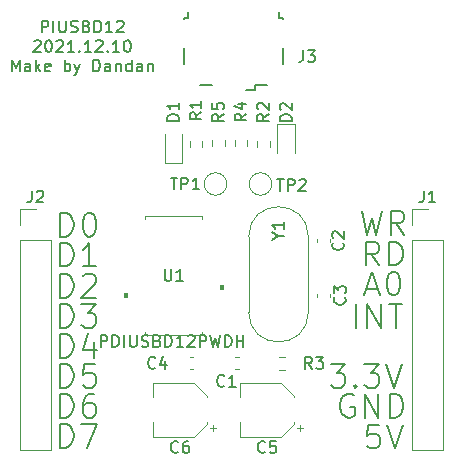
<source format=gbr>
%TF.GenerationSoftware,KiCad,Pcbnew,(5.1.12)-1*%
%TF.CreationDate,2021-12-10T16:35:34+08:00*%
%TF.ProjectId,PDIUSBD12_Module,50444955-5342-4443-9132-5f4d6f64756c,rev?*%
%TF.SameCoordinates,Original*%
%TF.FileFunction,Legend,Top*%
%TF.FilePolarity,Positive*%
%FSLAX46Y46*%
G04 Gerber Fmt 4.6, Leading zero omitted, Abs format (unit mm)*
G04 Created by KiCad (PCBNEW (5.1.12)-1) date 2021-12-10 16:35:34*
%MOMM*%
%LPD*%
G01*
G04 APERTURE LIST*
%ADD10C,0.150000*%
%ADD11C,0.120000*%
%ADD12C,0.100000*%
G04 APERTURE END LIST*
D10*
X32359647Y4854439D02*
X31407266Y4854439D01*
X31312028Y3902058D01*
X31407266Y3997296D01*
X31597742Y4092534D01*
X32073933Y4092534D01*
X32264409Y3997296D01*
X32359647Y3902058D01*
X32454885Y3711581D01*
X32454885Y3235391D01*
X32359647Y3044915D01*
X32264409Y2949677D01*
X32073933Y2854439D01*
X31597742Y2854439D01*
X31407266Y2949677D01*
X31312028Y3044915D01*
X33026314Y4854439D02*
X33692980Y2854439D01*
X34359647Y4854439D01*
X30200790Y7375400D02*
X30010314Y7470639D01*
X29724600Y7470639D01*
X29438885Y7375400D01*
X29248409Y7184924D01*
X29153171Y6994448D01*
X29057933Y6613496D01*
X29057933Y6327781D01*
X29153171Y5946829D01*
X29248409Y5756353D01*
X29438885Y5565877D01*
X29724600Y5470639D01*
X29915076Y5470639D01*
X30200790Y5565877D01*
X30296028Y5661115D01*
X30296028Y6327781D01*
X29915076Y6327781D01*
X31153171Y5470639D02*
X31153171Y7470639D01*
X32296028Y5470639D01*
X32296028Y7470639D01*
X33248409Y5470639D02*
X33248409Y7470639D01*
X33724600Y7470639D01*
X34010314Y7375400D01*
X34200790Y7184924D01*
X34296028Y6994448D01*
X34391266Y6613496D01*
X34391266Y6327781D01*
X34296028Y5946829D01*
X34200790Y5756353D01*
X34010314Y5565877D01*
X33724600Y5470639D01*
X33248409Y5470639D01*
X28264219Y10010639D02*
X29502314Y10010639D01*
X28835647Y9248734D01*
X29121361Y9248734D01*
X29311838Y9153496D01*
X29407076Y9058258D01*
X29502314Y8867781D01*
X29502314Y8391591D01*
X29407076Y8201115D01*
X29311838Y8105877D01*
X29121361Y8010639D01*
X28549933Y8010639D01*
X28359457Y8105877D01*
X28264219Y8201115D01*
X30359457Y8201115D02*
X30454695Y8105877D01*
X30359457Y8010639D01*
X30264219Y8105877D01*
X30359457Y8201115D01*
X30359457Y8010639D01*
X31121361Y10010639D02*
X32359457Y10010639D01*
X31692790Y9248734D01*
X31978504Y9248734D01*
X32168980Y9153496D01*
X32264219Y9058258D01*
X32359457Y8867781D01*
X32359457Y8391591D01*
X32264219Y8201115D01*
X32168980Y8105877D01*
X31978504Y8010639D01*
X31407076Y8010639D01*
X31216600Y8105877D01*
X31121361Y8201115D01*
X32930885Y10010639D02*
X33597552Y8010639D01*
X34264219Y10010639D01*
X30423076Y13090639D02*
X30423076Y15090639D01*
X31375457Y13090639D02*
X31375457Y15090639D01*
X32518314Y13090639D01*
X32518314Y15090639D01*
X33184980Y15090639D02*
X34327838Y15090639D01*
X33756409Y13090639D02*
X33756409Y15090639D01*
X31312028Y16379867D02*
X32264409Y16379867D01*
X31121552Y15808439D02*
X31788219Y17808439D01*
X32454885Y15808439D01*
X33502504Y17808439D02*
X33692980Y17808439D01*
X33883457Y17713200D01*
X33978695Y17617962D01*
X34073933Y17427486D01*
X34169171Y17046534D01*
X34169171Y16570343D01*
X34073933Y16189391D01*
X33978695Y15998915D01*
X33883457Y15903677D01*
X33692980Y15808439D01*
X33502504Y15808439D01*
X33312028Y15903677D01*
X33216790Y15998915D01*
X33121552Y16189391D01*
X33026314Y16570343D01*
X33026314Y17046534D01*
X33121552Y17427486D01*
X33216790Y17617962D01*
X33312028Y17713200D01*
X33502504Y17808439D01*
X32359647Y18348439D02*
X31692980Y19300820D01*
X31216790Y18348439D02*
X31216790Y20348439D01*
X31978695Y20348439D01*
X32169171Y20253200D01*
X32264409Y20157962D01*
X32359647Y19967486D01*
X32359647Y19681772D01*
X32264409Y19491296D01*
X32169171Y19396058D01*
X31978695Y19300820D01*
X31216790Y19300820D01*
X33216790Y18348439D02*
X33216790Y20348439D01*
X33692980Y20348439D01*
X33978695Y20253200D01*
X34169171Y20062724D01*
X34264409Y19872248D01*
X34359647Y19491296D01*
X34359647Y19205581D01*
X34264409Y18824629D01*
X34169171Y18634153D01*
X33978695Y18443677D01*
X33692980Y18348439D01*
X33216790Y18348439D01*
X30883457Y22964639D02*
X31359647Y20964639D01*
X31740600Y22393210D01*
X32121552Y20964639D01*
X32597742Y22964639D01*
X34502504Y20964639D02*
X33835838Y21917020D01*
X33359647Y20964639D02*
X33359647Y22964639D01*
X34121552Y22964639D01*
X34312028Y22869400D01*
X34407266Y22774162D01*
X34502504Y22583686D01*
X34502504Y22297972D01*
X34407266Y22107496D01*
X34312028Y22012258D01*
X34121552Y21917020D01*
X33359647Y21917020D01*
X5356409Y2930639D02*
X5356409Y4930639D01*
X5832600Y4930639D01*
X6118314Y4835400D01*
X6308790Y4644924D01*
X6404028Y4454448D01*
X6499266Y4073496D01*
X6499266Y3787781D01*
X6404028Y3406829D01*
X6308790Y3216353D01*
X6118314Y3025877D01*
X5832600Y2930639D01*
X5356409Y2930639D01*
X7165933Y4930639D02*
X8499266Y4930639D01*
X7642123Y2930639D01*
X5356409Y5470639D02*
X5356409Y7470639D01*
X5832600Y7470639D01*
X6118314Y7375400D01*
X6308790Y7184924D01*
X6404028Y6994448D01*
X6499266Y6613496D01*
X6499266Y6327781D01*
X6404028Y5946829D01*
X6308790Y5756353D01*
X6118314Y5565877D01*
X5832600Y5470639D01*
X5356409Y5470639D01*
X8213552Y7470639D02*
X7832600Y7470639D01*
X7642123Y7375400D01*
X7546885Y7280162D01*
X7356409Y6994448D01*
X7261171Y6613496D01*
X7261171Y5851591D01*
X7356409Y5661115D01*
X7451647Y5565877D01*
X7642123Y5470639D01*
X8023076Y5470639D01*
X8213552Y5565877D01*
X8308790Y5661115D01*
X8404028Y5851591D01*
X8404028Y6327781D01*
X8308790Y6518258D01*
X8213552Y6613496D01*
X8023076Y6708734D01*
X7642123Y6708734D01*
X7451647Y6613496D01*
X7356409Y6518258D01*
X7261171Y6327781D01*
X5356409Y8010639D02*
X5356409Y10010639D01*
X5832600Y10010639D01*
X6118314Y9915400D01*
X6308790Y9724924D01*
X6404028Y9534448D01*
X6499266Y9153496D01*
X6499266Y8867781D01*
X6404028Y8486829D01*
X6308790Y8296353D01*
X6118314Y8105877D01*
X5832600Y8010639D01*
X5356409Y8010639D01*
X8308790Y10010639D02*
X7356409Y10010639D01*
X7261171Y9058258D01*
X7356409Y9153496D01*
X7546885Y9248734D01*
X8023076Y9248734D01*
X8213552Y9153496D01*
X8308790Y9058258D01*
X8404028Y8867781D01*
X8404028Y8391591D01*
X8308790Y8201115D01*
X8213552Y8105877D01*
X8023076Y8010639D01*
X7546885Y8010639D01*
X7356409Y8105877D01*
X7261171Y8201115D01*
X5356409Y10550639D02*
X5356409Y12550639D01*
X5832600Y12550639D01*
X6118314Y12455400D01*
X6308790Y12264924D01*
X6404028Y12074448D01*
X6499266Y11693496D01*
X6499266Y11407781D01*
X6404028Y11026829D01*
X6308790Y10836353D01*
X6118314Y10645877D01*
X5832600Y10550639D01*
X5356409Y10550639D01*
X8213552Y11883972D02*
X8213552Y10550639D01*
X7737361Y12645877D02*
X7261171Y11217305D01*
X8499266Y11217305D01*
X5356409Y13090639D02*
X5356409Y15090639D01*
X5832600Y15090639D01*
X6118314Y14995400D01*
X6308790Y14804924D01*
X6404028Y14614448D01*
X6499266Y14233496D01*
X6499266Y13947781D01*
X6404028Y13566829D01*
X6308790Y13376353D01*
X6118314Y13185877D01*
X5832600Y13090639D01*
X5356409Y13090639D01*
X7165933Y15090639D02*
X8404028Y15090639D01*
X7737361Y14328734D01*
X8023076Y14328734D01*
X8213552Y14233496D01*
X8308790Y14138258D01*
X8404028Y13947781D01*
X8404028Y13471591D01*
X8308790Y13281115D01*
X8213552Y13185877D01*
X8023076Y13090639D01*
X7451647Y13090639D01*
X7261171Y13185877D01*
X7165933Y13281115D01*
X5356409Y15630639D02*
X5356409Y17630639D01*
X5832600Y17630639D01*
X6118314Y17535400D01*
X6308790Y17344924D01*
X6404028Y17154448D01*
X6499266Y16773496D01*
X6499266Y16487781D01*
X6404028Y16106829D01*
X6308790Y15916353D01*
X6118314Y15725877D01*
X5832600Y15630639D01*
X5356409Y15630639D01*
X7261171Y17440162D02*
X7356409Y17535400D01*
X7546885Y17630639D01*
X8023076Y17630639D01*
X8213552Y17535400D01*
X8308790Y17440162D01*
X8404028Y17249686D01*
X8404028Y17059210D01*
X8308790Y16773496D01*
X7165933Y15630639D01*
X8404028Y15630639D01*
X5356409Y18272239D02*
X5356409Y20272239D01*
X5832600Y20272239D01*
X6118314Y20177000D01*
X6308790Y19986524D01*
X6404028Y19796048D01*
X6499266Y19415096D01*
X6499266Y19129381D01*
X6404028Y18748429D01*
X6308790Y18557953D01*
X6118314Y18367477D01*
X5832600Y18272239D01*
X5356409Y18272239D01*
X8404028Y18272239D02*
X7261171Y18272239D01*
X7832600Y18272239D02*
X7832600Y20272239D01*
X7642123Y19986524D01*
X7451647Y19796048D01*
X7261171Y19700810D01*
X5356409Y20796999D02*
X5356409Y22796999D01*
X5832600Y22796999D01*
X6118314Y22701760D01*
X6308790Y22511284D01*
X6404028Y22320808D01*
X6499266Y21939856D01*
X6499266Y21654141D01*
X6404028Y21273189D01*
X6308790Y21082713D01*
X6118314Y20892237D01*
X5832600Y20796999D01*
X5356409Y20796999D01*
X7737361Y22796999D02*
X7927838Y22796999D01*
X8118314Y22701760D01*
X8213552Y22606522D01*
X8308790Y22416046D01*
X8404028Y22035094D01*
X8404028Y21558903D01*
X8308790Y21177951D01*
X8213552Y20987475D01*
X8118314Y20892237D01*
X7927838Y20796999D01*
X7737361Y20796999D01*
X7546885Y20892237D01*
X7451647Y20987475D01*
X7356409Y21177951D01*
X7261171Y21558903D01*
X7261171Y22035094D01*
X7356409Y22416046D01*
X7451647Y22606522D01*
X7546885Y22701760D01*
X7737361Y22796999D01*
X3786619Y38078420D02*
X3786619Y39078420D01*
X4167571Y39078420D01*
X4262809Y39030800D01*
X4310428Y38983181D01*
X4358047Y38887943D01*
X4358047Y38745086D01*
X4310428Y38649848D01*
X4262809Y38602229D01*
X4167571Y38554610D01*
X3786619Y38554610D01*
X4786619Y38078420D02*
X4786619Y39078420D01*
X5262809Y39078420D02*
X5262809Y38268896D01*
X5310428Y38173658D01*
X5358047Y38126039D01*
X5453285Y38078420D01*
X5643761Y38078420D01*
X5739000Y38126039D01*
X5786619Y38173658D01*
X5834238Y38268896D01*
X5834238Y39078420D01*
X6262809Y38126039D02*
X6405666Y38078420D01*
X6643761Y38078420D01*
X6739000Y38126039D01*
X6786619Y38173658D01*
X6834238Y38268896D01*
X6834238Y38364134D01*
X6786619Y38459372D01*
X6739000Y38506991D01*
X6643761Y38554610D01*
X6453285Y38602229D01*
X6358047Y38649848D01*
X6310428Y38697467D01*
X6262809Y38792705D01*
X6262809Y38887943D01*
X6310428Y38983181D01*
X6358047Y39030800D01*
X6453285Y39078420D01*
X6691380Y39078420D01*
X6834238Y39030800D01*
X7596142Y38602229D02*
X7739000Y38554610D01*
X7786619Y38506991D01*
X7834238Y38411753D01*
X7834238Y38268896D01*
X7786619Y38173658D01*
X7739000Y38126039D01*
X7643761Y38078420D01*
X7262809Y38078420D01*
X7262809Y39078420D01*
X7596142Y39078420D01*
X7691380Y39030800D01*
X7739000Y38983181D01*
X7786619Y38887943D01*
X7786619Y38792705D01*
X7739000Y38697467D01*
X7691380Y38649848D01*
X7596142Y38602229D01*
X7262809Y38602229D01*
X8262809Y38078420D02*
X8262809Y39078420D01*
X8500904Y39078420D01*
X8643761Y39030800D01*
X8739000Y38935562D01*
X8786619Y38840324D01*
X8834238Y38649848D01*
X8834238Y38506991D01*
X8786619Y38316515D01*
X8739000Y38221277D01*
X8643761Y38126039D01*
X8500904Y38078420D01*
X8262809Y38078420D01*
X9786619Y38078420D02*
X9215190Y38078420D01*
X9500904Y38078420D02*
X9500904Y39078420D01*
X9405666Y38935562D01*
X9310428Y38840324D01*
X9215190Y38792705D01*
X10167571Y38983181D02*
X10215190Y39030800D01*
X10310428Y39078420D01*
X10548523Y39078420D01*
X10643761Y39030800D01*
X10691380Y38983181D01*
X10739000Y38887943D01*
X10739000Y38792705D01*
X10691380Y38649848D01*
X10119952Y38078420D01*
X10739000Y38078420D01*
X3143761Y37333181D02*
X3191380Y37380800D01*
X3286619Y37428420D01*
X3524714Y37428420D01*
X3619952Y37380800D01*
X3667571Y37333181D01*
X3715190Y37237943D01*
X3715190Y37142705D01*
X3667571Y36999848D01*
X3096142Y36428420D01*
X3715190Y36428420D01*
X4334238Y37428420D02*
X4429476Y37428420D01*
X4524714Y37380800D01*
X4572333Y37333181D01*
X4619952Y37237943D01*
X4667571Y37047467D01*
X4667571Y36809372D01*
X4619952Y36618896D01*
X4572333Y36523658D01*
X4524714Y36476039D01*
X4429476Y36428420D01*
X4334238Y36428420D01*
X4239000Y36476039D01*
X4191380Y36523658D01*
X4143761Y36618896D01*
X4096142Y36809372D01*
X4096142Y37047467D01*
X4143761Y37237943D01*
X4191380Y37333181D01*
X4239000Y37380800D01*
X4334238Y37428420D01*
X5048523Y37333181D02*
X5096142Y37380800D01*
X5191380Y37428420D01*
X5429476Y37428420D01*
X5524714Y37380800D01*
X5572333Y37333181D01*
X5619952Y37237943D01*
X5619952Y37142705D01*
X5572333Y36999848D01*
X5000904Y36428420D01*
X5619952Y36428420D01*
X6572333Y36428420D02*
X6000904Y36428420D01*
X6286619Y36428420D02*
X6286619Y37428420D01*
X6191380Y37285562D01*
X6096142Y37190324D01*
X6000904Y37142705D01*
X7000904Y36523658D02*
X7048523Y36476039D01*
X7000904Y36428420D01*
X6953285Y36476039D01*
X7000904Y36523658D01*
X7000904Y36428420D01*
X8000904Y36428420D02*
X7429476Y36428420D01*
X7715190Y36428420D02*
X7715190Y37428420D01*
X7619952Y37285562D01*
X7524714Y37190324D01*
X7429476Y37142705D01*
X8381857Y37333181D02*
X8429476Y37380800D01*
X8524714Y37428420D01*
X8762809Y37428420D01*
X8858047Y37380800D01*
X8905666Y37333181D01*
X8953285Y37237943D01*
X8953285Y37142705D01*
X8905666Y36999848D01*
X8334238Y36428420D01*
X8953285Y36428420D01*
X9381857Y36523658D02*
X9429476Y36476039D01*
X9381857Y36428420D01*
X9334238Y36476039D01*
X9381857Y36523658D01*
X9381857Y36428420D01*
X10381857Y36428420D02*
X9810428Y36428420D01*
X10096142Y36428420D02*
X10096142Y37428420D01*
X10000904Y37285562D01*
X9905666Y37190324D01*
X9810428Y37142705D01*
X11000904Y37428420D02*
X11096142Y37428420D01*
X11191380Y37380800D01*
X11239000Y37333181D01*
X11286619Y37237943D01*
X11334238Y37047467D01*
X11334238Y36809372D01*
X11286619Y36618896D01*
X11239000Y36523658D01*
X11191380Y36476039D01*
X11096142Y36428420D01*
X11000904Y36428420D01*
X10905666Y36476039D01*
X10858047Y36523658D01*
X10810428Y36618896D01*
X10762809Y36809372D01*
X10762809Y37047467D01*
X10810428Y37237943D01*
X10858047Y37333181D01*
X10905666Y37380800D01*
X11000904Y37428420D01*
X1262809Y34778420D02*
X1262809Y35778420D01*
X1596142Y35064134D01*
X1929476Y35778420D01*
X1929476Y34778420D01*
X2834238Y34778420D02*
X2834238Y35302229D01*
X2786619Y35397467D01*
X2691380Y35445086D01*
X2500904Y35445086D01*
X2405666Y35397467D01*
X2834238Y34826039D02*
X2739000Y34778420D01*
X2500904Y34778420D01*
X2405666Y34826039D01*
X2358047Y34921277D01*
X2358047Y35016515D01*
X2405666Y35111753D01*
X2500904Y35159372D01*
X2739000Y35159372D01*
X2834238Y35206991D01*
X3310428Y34778420D02*
X3310428Y35778420D01*
X3405666Y35159372D02*
X3691380Y34778420D01*
X3691380Y35445086D02*
X3310428Y35064134D01*
X4500904Y34826039D02*
X4405666Y34778420D01*
X4215190Y34778420D01*
X4119952Y34826039D01*
X4072333Y34921277D01*
X4072333Y35302229D01*
X4119952Y35397467D01*
X4215190Y35445086D01*
X4405666Y35445086D01*
X4500904Y35397467D01*
X4548523Y35302229D01*
X4548523Y35206991D01*
X4072333Y35111753D01*
X5739000Y34778420D02*
X5739000Y35778420D01*
X5739000Y35397467D02*
X5834238Y35445086D01*
X6024714Y35445086D01*
X6119952Y35397467D01*
X6167571Y35349848D01*
X6215190Y35254610D01*
X6215190Y34968896D01*
X6167571Y34873658D01*
X6119952Y34826039D01*
X6024714Y34778420D01*
X5834238Y34778420D01*
X5739000Y34826039D01*
X6548523Y35445086D02*
X6786619Y34778420D01*
X7024714Y35445086D02*
X6786619Y34778420D01*
X6691380Y34540324D01*
X6643761Y34492705D01*
X6548523Y34445086D01*
X8167571Y34778420D02*
X8167571Y35778420D01*
X8405666Y35778420D01*
X8548523Y35730800D01*
X8643761Y35635562D01*
X8691380Y35540324D01*
X8739000Y35349848D01*
X8739000Y35206991D01*
X8691380Y35016515D01*
X8643761Y34921277D01*
X8548523Y34826039D01*
X8405666Y34778420D01*
X8167571Y34778420D01*
X9596142Y34778420D02*
X9596142Y35302229D01*
X9548523Y35397467D01*
X9453285Y35445086D01*
X9262809Y35445086D01*
X9167571Y35397467D01*
X9596142Y34826039D02*
X9500904Y34778420D01*
X9262809Y34778420D01*
X9167571Y34826039D01*
X9119952Y34921277D01*
X9119952Y35016515D01*
X9167571Y35111753D01*
X9262809Y35159372D01*
X9500904Y35159372D01*
X9596142Y35206991D01*
X10072333Y35445086D02*
X10072333Y34778420D01*
X10072333Y35349848D02*
X10119952Y35397467D01*
X10215190Y35445086D01*
X10358047Y35445086D01*
X10453285Y35397467D01*
X10500904Y35302229D01*
X10500904Y34778420D01*
X11405666Y34778420D02*
X11405666Y35778420D01*
X11405666Y34826039D02*
X11310428Y34778420D01*
X11119952Y34778420D01*
X11024714Y34826039D01*
X10977095Y34873658D01*
X10929476Y34968896D01*
X10929476Y35254610D01*
X10977095Y35349848D01*
X11024714Y35397467D01*
X11119952Y35445086D01*
X11310428Y35445086D01*
X11405666Y35397467D01*
X12310428Y34778420D02*
X12310428Y35302229D01*
X12262809Y35397467D01*
X12167571Y35445086D01*
X11977095Y35445086D01*
X11881857Y35397467D01*
X12310428Y34826039D02*
X12215190Y34778420D01*
X11977095Y34778420D01*
X11881857Y34826039D01*
X11834238Y34921277D01*
X11834238Y35016515D01*
X11881857Y35111753D01*
X11977095Y35159372D01*
X12215190Y35159372D01*
X12310428Y35206991D01*
X12786619Y35445086D02*
X12786619Y34778420D01*
X12786619Y35349848D02*
X12834238Y35397467D01*
X12929476Y35445086D01*
X13072333Y35445086D01*
X13167571Y35397467D01*
X13215190Y35302229D01*
X13215190Y34778420D01*
D11*
%TO.C,U1*%
X12585700Y12471400D02*
X17335500Y12471400D01*
X17335500Y12471400D02*
X17335500Y12697460D01*
X17335500Y22529800D02*
X12585700Y22529800D01*
X12585700Y22529800D02*
X12585700Y22303740D01*
X12585700Y12697460D02*
X12585700Y12471400D01*
X17335500Y22303740D02*
X17335500Y22529800D01*
D12*
G36*
X10795000Y16040100D02*
G01*
X10795000Y15659100D01*
X11049000Y15659100D01*
X11049000Y16040100D01*
X10795000Y16040100D01*
G37*
X10795000Y16040100D02*
X10795000Y15659100D01*
X11049000Y15659100D01*
X11049000Y16040100D01*
X10795000Y16040100D01*
G36*
X19126200Y16700500D02*
G01*
X19126200Y16319500D01*
X18872200Y16319500D01*
X18872200Y16700500D01*
X19126200Y16700500D01*
G37*
X19126200Y16700500D02*
X19126200Y16319500D01*
X18872200Y16319500D01*
X18872200Y16700500D01*
X19126200Y16700500D01*
D11*
%TO.C,C6*%
X18266000Y4311400D02*
X18266000Y4811400D01*
X18516000Y4561400D02*
X18016000Y4561400D01*
X17776000Y7316963D02*
X16711563Y8381400D01*
X17776000Y4925837D02*
X16711563Y3861400D01*
X17776000Y4925837D02*
X17776000Y5061400D01*
X17776000Y7316963D02*
X17776000Y7181400D01*
X16711563Y8381400D02*
X13256000Y8381400D01*
X16711563Y3861400D02*
X13256000Y3861400D01*
X13256000Y3861400D02*
X13256000Y5061400D01*
X13256000Y8381400D02*
X13256000Y7181400D01*
%TO.C,Y1*%
X21325600Y20800600D02*
X21325600Y14400600D01*
X26375600Y20800600D02*
X26375600Y14400600D01*
X21325600Y14400600D02*
G75*
G03*
X26375600Y14400600I2525000J0D01*
G01*
X21325600Y20800600D02*
G75*
G02*
X26375600Y20800600I2525000J0D01*
G01*
%TO.C,TP2*%
X23276600Y25247600D02*
G75*
G03*
X23276600Y25247600I-950000J0D01*
G01*
%TO.C,TP1*%
X19466600Y25247600D02*
G75*
G03*
X19466600Y25247600I-950000J0D01*
G01*
%TO.C,R5*%
X18248100Y28954824D02*
X18248100Y28445376D01*
X19293100Y28954824D02*
X19293100Y28445376D01*
%TO.C,R4*%
X20153100Y28954824D02*
X20153100Y28445376D01*
X21198100Y28954824D02*
X21198100Y28445376D01*
%TO.C,R3*%
X24408224Y9535900D02*
X23898776Y9535900D01*
X24408224Y10580900D02*
X23898776Y10580900D01*
%TO.C,R2*%
X23103100Y28398376D02*
X23103100Y28907824D01*
X22058100Y28398376D02*
X22058100Y28907824D01*
%TO.C,R1*%
X16343100Y28907824D02*
X16343100Y28398376D01*
X17388100Y28907824D02*
X17388100Y28398376D01*
D10*
%TO.C,J3*%
X18240600Y33642600D02*
X17240600Y33642600D01*
X21840600Y33642600D02*
X22840600Y33642600D01*
X21840600Y33217600D02*
X21840600Y33642600D01*
X21115600Y33217600D02*
X21840600Y33217600D01*
X15890600Y36792600D02*
X15890600Y35392600D01*
X15890600Y39342600D02*
X15890600Y39192600D01*
X16190600Y39342600D02*
X15890600Y39342600D01*
X16190600Y39792600D02*
X16190600Y39342600D01*
X23890600Y39342600D02*
X23890600Y39792600D01*
X24190600Y39342600D02*
X23890600Y39342600D01*
X24190600Y39192600D02*
X24190600Y39342600D01*
X24190600Y35392600D02*
X24190600Y36792600D01*
D11*
%TO.C,J2*%
X1946600Y23148600D02*
X3276600Y23148600D01*
X1946600Y21818600D02*
X1946600Y23148600D01*
X1946600Y20548600D02*
X4606600Y20548600D01*
X4606600Y20548600D02*
X4606600Y2708600D01*
X1946600Y20548600D02*
X1946600Y2708600D01*
X1946600Y2708600D02*
X4606600Y2708600D01*
%TO.C,J1*%
X35144400Y2708600D02*
X37804400Y2708600D01*
X35144400Y20548600D02*
X35144400Y2708600D01*
X37804400Y20548600D02*
X37804400Y2708600D01*
X35144400Y20548600D02*
X37804400Y20548600D01*
X35144400Y21818600D02*
X35144400Y23148600D01*
X35144400Y23148600D02*
X36474400Y23148600D01*
%TO.C,D2*%
X23750600Y30322600D02*
X23750600Y27862600D01*
X25220600Y30322600D02*
X23750600Y30322600D01*
X25220600Y27862600D02*
X25220600Y30322600D01*
%TO.C,D1*%
X15695600Y27002600D02*
X15695600Y29462600D01*
X14225600Y27002600D02*
X15695600Y27002600D01*
X14225600Y29462600D02*
X14225600Y27002600D01*
%TO.C,C5*%
X25632000Y4311400D02*
X25632000Y4811400D01*
X25882000Y4561400D02*
X25382000Y4561400D01*
X25142000Y7316963D02*
X24077563Y8381400D01*
X25142000Y4925837D02*
X24077563Y3861400D01*
X25142000Y4925837D02*
X25142000Y5061400D01*
X25142000Y7316963D02*
X25142000Y7181400D01*
X24077563Y8381400D02*
X20622000Y8381400D01*
X24077563Y3861400D02*
X20622000Y3861400D01*
X20622000Y3861400D02*
X20622000Y5061400D01*
X20622000Y8381400D02*
X20622000Y7181400D01*
%TO.C,C4*%
X16337233Y10568400D02*
X16629767Y10568400D01*
X16337233Y9548400D02*
X16629767Y9548400D01*
%TO.C,C3*%
X27150600Y15969367D02*
X27150600Y15676833D01*
X28170600Y15969367D02*
X28170600Y15676833D01*
%TO.C,C2*%
X28170600Y20301833D02*
X28170600Y20594367D01*
X27150600Y20301833D02*
X27150600Y20594367D01*
%TO.C,C1*%
X20173733Y10568400D02*
X20466267Y10568400D01*
X20173733Y9548400D02*
X20466267Y9548400D01*
%TO.C,U1*%
D10*
X14198695Y18048220D02*
X14198695Y17238696D01*
X14246314Y17143458D01*
X14293933Y17095839D01*
X14389171Y17048220D01*
X14579647Y17048220D01*
X14674885Y17095839D01*
X14722504Y17143458D01*
X14770123Y17238696D01*
X14770123Y18048220D01*
X15770123Y17048220D02*
X15198695Y17048220D01*
X15484409Y17048220D02*
X15484409Y18048220D01*
X15389171Y17905362D01*
X15293933Y17810124D01*
X15198695Y17762505D01*
X8785980Y11460220D02*
X8785980Y12460220D01*
X9166933Y12460220D01*
X9262171Y12412600D01*
X9309790Y12364981D01*
X9357409Y12269743D01*
X9357409Y12126886D01*
X9309790Y12031648D01*
X9262171Y11984029D01*
X9166933Y11936410D01*
X8785980Y11936410D01*
X9785980Y11460220D02*
X9785980Y12460220D01*
X10024076Y12460220D01*
X10166933Y12412600D01*
X10262171Y12317362D01*
X10309790Y12222124D01*
X10357409Y12031648D01*
X10357409Y11888791D01*
X10309790Y11698315D01*
X10262171Y11603077D01*
X10166933Y11507839D01*
X10024076Y11460220D01*
X9785980Y11460220D01*
X10785980Y11460220D02*
X10785980Y12460220D01*
X11262171Y12460220D02*
X11262171Y11650696D01*
X11309790Y11555458D01*
X11357409Y11507839D01*
X11452647Y11460220D01*
X11643123Y11460220D01*
X11738361Y11507839D01*
X11785980Y11555458D01*
X11833600Y11650696D01*
X11833600Y12460220D01*
X12262171Y11507839D02*
X12405028Y11460220D01*
X12643123Y11460220D01*
X12738361Y11507839D01*
X12785980Y11555458D01*
X12833600Y11650696D01*
X12833600Y11745934D01*
X12785980Y11841172D01*
X12738361Y11888791D01*
X12643123Y11936410D01*
X12452647Y11984029D01*
X12357409Y12031648D01*
X12309790Y12079267D01*
X12262171Y12174505D01*
X12262171Y12269743D01*
X12309790Y12364981D01*
X12357409Y12412600D01*
X12452647Y12460220D01*
X12690742Y12460220D01*
X12833600Y12412600D01*
X13595504Y11984029D02*
X13738361Y11936410D01*
X13785980Y11888791D01*
X13833600Y11793553D01*
X13833600Y11650696D01*
X13785980Y11555458D01*
X13738361Y11507839D01*
X13643123Y11460220D01*
X13262171Y11460220D01*
X13262171Y12460220D01*
X13595504Y12460220D01*
X13690742Y12412600D01*
X13738361Y12364981D01*
X13785980Y12269743D01*
X13785980Y12174505D01*
X13738361Y12079267D01*
X13690742Y12031648D01*
X13595504Y11984029D01*
X13262171Y11984029D01*
X14262171Y11460220D02*
X14262171Y12460220D01*
X14500266Y12460220D01*
X14643123Y12412600D01*
X14738361Y12317362D01*
X14785980Y12222124D01*
X14833600Y12031648D01*
X14833600Y11888791D01*
X14785980Y11698315D01*
X14738361Y11603077D01*
X14643123Y11507839D01*
X14500266Y11460220D01*
X14262171Y11460220D01*
X15785980Y11460220D02*
X15214552Y11460220D01*
X15500266Y11460220D02*
X15500266Y12460220D01*
X15405028Y12317362D01*
X15309790Y12222124D01*
X15214552Y12174505D01*
X16166933Y12364981D02*
X16214552Y12412600D01*
X16309790Y12460220D01*
X16547885Y12460220D01*
X16643123Y12412600D01*
X16690742Y12364981D01*
X16738361Y12269743D01*
X16738361Y12174505D01*
X16690742Y12031648D01*
X16119314Y11460220D01*
X16738361Y11460220D01*
X17166933Y11460220D02*
X17166933Y12460220D01*
X17547885Y12460220D01*
X17643123Y12412600D01*
X17690742Y12364981D01*
X17738361Y12269743D01*
X17738361Y12126886D01*
X17690742Y12031648D01*
X17643123Y11984029D01*
X17547885Y11936410D01*
X17166933Y11936410D01*
X18071695Y12460220D02*
X18309790Y11460220D01*
X18500266Y12174505D01*
X18690742Y11460220D01*
X18928838Y12460220D01*
X19309790Y11460220D02*
X19309790Y12460220D01*
X19547885Y12460220D01*
X19690742Y12412600D01*
X19785980Y12317362D01*
X19833600Y12222124D01*
X19881219Y12031648D01*
X19881219Y11888791D01*
X19833600Y11698315D01*
X19785980Y11603077D01*
X19690742Y11507839D01*
X19547885Y11460220D01*
X19309790Y11460220D01*
X20309790Y11460220D02*
X20309790Y12460220D01*
X20309790Y11984029D02*
X20881219Y11984029D01*
X20881219Y11460220D02*
X20881219Y12460220D01*
%TO.C,C6*%
X15349333Y2564258D02*
X15301714Y2516639D01*
X15158857Y2469020D01*
X15063619Y2469020D01*
X14920761Y2516639D01*
X14825523Y2611877D01*
X14777904Y2707115D01*
X14730285Y2897591D01*
X14730285Y3040448D01*
X14777904Y3230924D01*
X14825523Y3326162D01*
X14920761Y3421400D01*
X15063619Y3469020D01*
X15158857Y3469020D01*
X15301714Y3421400D01*
X15349333Y3373781D01*
X16206476Y3469020D02*
X16016000Y3469020D01*
X15920761Y3421400D01*
X15873142Y3373781D01*
X15777904Y3230924D01*
X15730285Y3040448D01*
X15730285Y2659496D01*
X15777904Y2564258D01*
X15825523Y2516639D01*
X15920761Y2469020D01*
X16111238Y2469020D01*
X16206476Y2516639D01*
X16254095Y2564258D01*
X16301714Y2659496D01*
X16301714Y2897591D01*
X16254095Y2992829D01*
X16206476Y3040448D01*
X16111238Y3088067D01*
X15920761Y3088067D01*
X15825523Y3040448D01*
X15777904Y2992829D01*
X15730285Y2897591D01*
%TO.C,Y1*%
X23826790Y20834410D02*
X24302980Y20834410D01*
X23302980Y20501077D02*
X23826790Y20834410D01*
X23302980Y21167743D01*
X24302980Y22024886D02*
X24302980Y21453458D01*
X24302980Y21739172D02*
X23302980Y21739172D01*
X23445838Y21643934D01*
X23541076Y21548696D01*
X23588695Y21453458D01*
%TO.C,TP2*%
X23731695Y25668220D02*
X24303123Y25668220D01*
X24017409Y24668220D02*
X24017409Y25668220D01*
X24636457Y24668220D02*
X24636457Y25668220D01*
X25017409Y25668220D01*
X25112647Y25620600D01*
X25160266Y25572981D01*
X25207885Y25477743D01*
X25207885Y25334886D01*
X25160266Y25239648D01*
X25112647Y25192029D01*
X25017409Y25144410D01*
X24636457Y25144410D01*
X25588838Y25572981D02*
X25636457Y25620600D01*
X25731695Y25668220D01*
X25969790Y25668220D01*
X26065028Y25620600D01*
X26112647Y25572981D01*
X26160266Y25477743D01*
X26160266Y25382505D01*
X26112647Y25239648D01*
X25541219Y24668220D01*
X26160266Y24668220D01*
%TO.C,TP1*%
X14714695Y25795220D02*
X15286123Y25795220D01*
X15000409Y24795220D02*
X15000409Y25795220D01*
X15619457Y24795220D02*
X15619457Y25795220D01*
X16000409Y25795220D01*
X16095647Y25747600D01*
X16143266Y25699981D01*
X16190885Y25604743D01*
X16190885Y25461886D01*
X16143266Y25366648D01*
X16095647Y25319029D01*
X16000409Y25271410D01*
X15619457Y25271410D01*
X17143266Y24795220D02*
X16571838Y24795220D01*
X16857552Y24795220D02*
X16857552Y25795220D01*
X16762314Y25652362D01*
X16667076Y25557124D01*
X16571838Y25509505D01*
%TO.C,R5*%
X19222980Y31176934D02*
X18746790Y30843600D01*
X19222980Y30605505D02*
X18222980Y30605505D01*
X18222980Y30986458D01*
X18270600Y31081696D01*
X18318219Y31129315D01*
X18413457Y31176934D01*
X18556314Y31176934D01*
X18651552Y31129315D01*
X18699171Y31081696D01*
X18746790Y30986458D01*
X18746790Y30605505D01*
X18222980Y32081696D02*
X18222980Y31605505D01*
X18699171Y31557886D01*
X18651552Y31605505D01*
X18603933Y31700743D01*
X18603933Y31938839D01*
X18651552Y32034077D01*
X18699171Y32081696D01*
X18794409Y32129315D01*
X19032504Y32129315D01*
X19127742Y32081696D01*
X19175361Y32034077D01*
X19222980Y31938839D01*
X19222980Y31700743D01*
X19175361Y31605505D01*
X19127742Y31557886D01*
%TO.C,R4*%
X21127980Y31200434D02*
X20651790Y30867100D01*
X21127980Y30629005D02*
X20127980Y30629005D01*
X20127980Y31009958D01*
X20175600Y31105196D01*
X20223219Y31152815D01*
X20318457Y31200434D01*
X20461314Y31200434D01*
X20556552Y31152815D01*
X20604171Y31105196D01*
X20651790Y31009958D01*
X20651790Y30629005D01*
X20461314Y32057577D02*
X21127980Y32057577D01*
X20080361Y31819481D02*
X20794647Y31581386D01*
X20794647Y32200434D01*
%TO.C,R3*%
X26677333Y9606020D02*
X26344000Y10082210D01*
X26105904Y9606020D02*
X26105904Y10606020D01*
X26486857Y10606020D01*
X26582095Y10558400D01*
X26629714Y10510781D01*
X26677333Y10415543D01*
X26677333Y10272686D01*
X26629714Y10177448D01*
X26582095Y10129829D01*
X26486857Y10082210D01*
X26105904Y10082210D01*
X27010666Y10606020D02*
X27629714Y10606020D01*
X27296380Y10225067D01*
X27439238Y10225067D01*
X27534476Y10177448D01*
X27582095Y10129829D01*
X27629714Y10034591D01*
X27629714Y9796496D01*
X27582095Y9701258D01*
X27534476Y9653639D01*
X27439238Y9606020D01*
X27153523Y9606020D01*
X27058285Y9653639D01*
X27010666Y9701258D01*
%TO.C,R2*%
X23032980Y31176934D02*
X22556790Y30843600D01*
X23032980Y30605505D02*
X22032980Y30605505D01*
X22032980Y30986458D01*
X22080600Y31081696D01*
X22128219Y31129315D01*
X22223457Y31176934D01*
X22366314Y31176934D01*
X22461552Y31129315D01*
X22509171Y31081696D01*
X22556790Y30986458D01*
X22556790Y30605505D01*
X22128219Y31557886D02*
X22080600Y31605505D01*
X22032980Y31700743D01*
X22032980Y31938839D01*
X22080600Y32034077D01*
X22128219Y32081696D01*
X22223457Y32129315D01*
X22318695Y32129315D01*
X22461552Y32081696D01*
X23032980Y31510267D01*
X23032980Y32129315D01*
%TO.C,R1*%
X17317980Y31303934D02*
X16841790Y30970600D01*
X17317980Y30732505D02*
X16317980Y30732505D01*
X16317980Y31113458D01*
X16365600Y31208696D01*
X16413219Y31256315D01*
X16508457Y31303934D01*
X16651314Y31303934D01*
X16746552Y31256315D01*
X16794171Y31208696D01*
X16841790Y31113458D01*
X16841790Y30732505D01*
X17317980Y32256315D02*
X17317980Y31684886D01*
X17317980Y31970600D02*
X16317980Y31970600D01*
X16460838Y31875362D01*
X16556076Y31780124D01*
X16603695Y31684886D01*
%TO.C,J3*%
X25930266Y36590220D02*
X25930266Y35875934D01*
X25882647Y35733077D01*
X25787409Y35637839D01*
X25644552Y35590220D01*
X25549314Y35590220D01*
X26311219Y36590220D02*
X26930266Y36590220D01*
X26596933Y36209267D01*
X26739790Y36209267D01*
X26835028Y36161648D01*
X26882647Y36114029D01*
X26930266Y36018791D01*
X26930266Y35780696D01*
X26882647Y35685458D01*
X26835028Y35637839D01*
X26739790Y35590220D01*
X26454076Y35590220D01*
X26358838Y35637839D01*
X26311219Y35685458D01*
%TO.C,J2*%
X2943266Y24696220D02*
X2943266Y23981934D01*
X2895647Y23839077D01*
X2800409Y23743839D01*
X2657552Y23696220D01*
X2562314Y23696220D01*
X3371838Y24600981D02*
X3419457Y24648600D01*
X3514695Y24696220D01*
X3752790Y24696220D01*
X3848028Y24648600D01*
X3895647Y24600981D01*
X3943266Y24505743D01*
X3943266Y24410505D01*
X3895647Y24267648D01*
X3324219Y23696220D01*
X3943266Y23696220D01*
%TO.C,J1*%
X36141066Y24696220D02*
X36141066Y23981934D01*
X36093447Y23839077D01*
X35998209Y23743839D01*
X35855352Y23696220D01*
X35760114Y23696220D01*
X37141066Y23696220D02*
X36569638Y23696220D01*
X36855352Y23696220D02*
X36855352Y24696220D01*
X36760114Y24553362D01*
X36664876Y24458124D01*
X36569638Y24410505D01*
%TO.C,D2*%
X24963380Y30577505D02*
X23963380Y30577505D01*
X23963380Y30815600D01*
X24011000Y30958458D01*
X24106238Y31053696D01*
X24201476Y31101315D01*
X24391952Y31148934D01*
X24534809Y31148934D01*
X24725285Y31101315D01*
X24820523Y31053696D01*
X24915761Y30958458D01*
X24963380Y30815600D01*
X24963380Y30577505D01*
X24058619Y31529886D02*
X24011000Y31577505D01*
X23963380Y31672743D01*
X23963380Y31910839D01*
X24011000Y32006077D01*
X24058619Y32053696D01*
X24153857Y32101315D01*
X24249095Y32101315D01*
X24391952Y32053696D01*
X24963380Y31482267D01*
X24963380Y32101315D01*
%TO.C,D1*%
X15412980Y30605505D02*
X14412980Y30605505D01*
X14412980Y30843600D01*
X14460600Y30986458D01*
X14555838Y31081696D01*
X14651076Y31129315D01*
X14841552Y31176934D01*
X14984409Y31176934D01*
X15174885Y31129315D01*
X15270123Y31081696D01*
X15365361Y30986458D01*
X15412980Y30843600D01*
X15412980Y30605505D01*
X15412980Y32129315D02*
X15412980Y31557886D01*
X15412980Y31843600D02*
X14412980Y31843600D01*
X14555838Y31748362D01*
X14651076Y31653124D01*
X14698695Y31557886D01*
%TO.C,C5*%
X22715333Y2564258D02*
X22667714Y2516639D01*
X22524857Y2469020D01*
X22429619Y2469020D01*
X22286761Y2516639D01*
X22191523Y2611877D01*
X22143904Y2707115D01*
X22096285Y2897591D01*
X22096285Y3040448D01*
X22143904Y3230924D01*
X22191523Y3326162D01*
X22286761Y3421400D01*
X22429619Y3469020D01*
X22524857Y3469020D01*
X22667714Y3421400D01*
X22715333Y3373781D01*
X23620095Y3469020D02*
X23143904Y3469020D01*
X23096285Y2992829D01*
X23143904Y3040448D01*
X23239142Y3088067D01*
X23477238Y3088067D01*
X23572476Y3040448D01*
X23620095Y2992829D01*
X23667714Y2897591D01*
X23667714Y2659496D01*
X23620095Y2564258D01*
X23572476Y2516639D01*
X23477238Y2469020D01*
X23239142Y2469020D01*
X23143904Y2516639D01*
X23096285Y2564258D01*
%TO.C,C4*%
X13422333Y9701258D02*
X13374714Y9653639D01*
X13231857Y9606020D01*
X13136619Y9606020D01*
X12993761Y9653639D01*
X12898523Y9748877D01*
X12850904Y9844115D01*
X12803285Y10034591D01*
X12803285Y10177448D01*
X12850904Y10367924D01*
X12898523Y10463162D01*
X12993761Y10558400D01*
X13136619Y10606020D01*
X13231857Y10606020D01*
X13374714Y10558400D01*
X13422333Y10510781D01*
X14279476Y10272686D02*
X14279476Y9606020D01*
X14041380Y10653639D02*
X13803285Y9939353D01*
X14422333Y9939353D01*
%TO.C,C3*%
X29447742Y15656434D02*
X29495361Y15608815D01*
X29542980Y15465958D01*
X29542980Y15370720D01*
X29495361Y15227862D01*
X29400123Y15132624D01*
X29304885Y15085005D01*
X29114409Y15037386D01*
X28971552Y15037386D01*
X28781076Y15085005D01*
X28685838Y15132624D01*
X28590600Y15227862D01*
X28542980Y15370720D01*
X28542980Y15465958D01*
X28590600Y15608815D01*
X28638219Y15656434D01*
X28542980Y15989767D02*
X28542980Y16608815D01*
X28923933Y16275481D01*
X28923933Y16418339D01*
X28971552Y16513577D01*
X29019171Y16561196D01*
X29114409Y16608815D01*
X29352504Y16608815D01*
X29447742Y16561196D01*
X29495361Y16513577D01*
X29542980Y16418339D01*
X29542980Y16132624D01*
X29495361Y16037386D01*
X29447742Y15989767D01*
%TO.C,C2*%
X29287742Y20281434D02*
X29335361Y20233815D01*
X29382980Y20090958D01*
X29382980Y19995720D01*
X29335361Y19852862D01*
X29240123Y19757624D01*
X29144885Y19710005D01*
X28954409Y19662386D01*
X28811552Y19662386D01*
X28621076Y19710005D01*
X28525838Y19757624D01*
X28430600Y19852862D01*
X28382980Y19995720D01*
X28382980Y20090958D01*
X28430600Y20233815D01*
X28478219Y20281434D01*
X28478219Y20662386D02*
X28430600Y20710005D01*
X28382980Y20805243D01*
X28382980Y21043339D01*
X28430600Y21138577D01*
X28478219Y21186196D01*
X28573457Y21233815D01*
X28668695Y21233815D01*
X28811552Y21186196D01*
X29382980Y20614767D01*
X29382980Y21233815D01*
%TO.C,C1*%
X19264333Y8177258D02*
X19216714Y8129639D01*
X19073857Y8082020D01*
X18978619Y8082020D01*
X18835761Y8129639D01*
X18740523Y8224877D01*
X18692904Y8320115D01*
X18645285Y8510591D01*
X18645285Y8653448D01*
X18692904Y8843924D01*
X18740523Y8939162D01*
X18835761Y9034400D01*
X18978619Y9082020D01*
X19073857Y9082020D01*
X19216714Y9034400D01*
X19264333Y8986781D01*
X20216714Y8082020D02*
X19645285Y8082020D01*
X19931000Y8082020D02*
X19931000Y9082020D01*
X19835761Y8939162D01*
X19740523Y8843924D01*
X19645285Y8796305D01*
%TD*%
M02*

</source>
